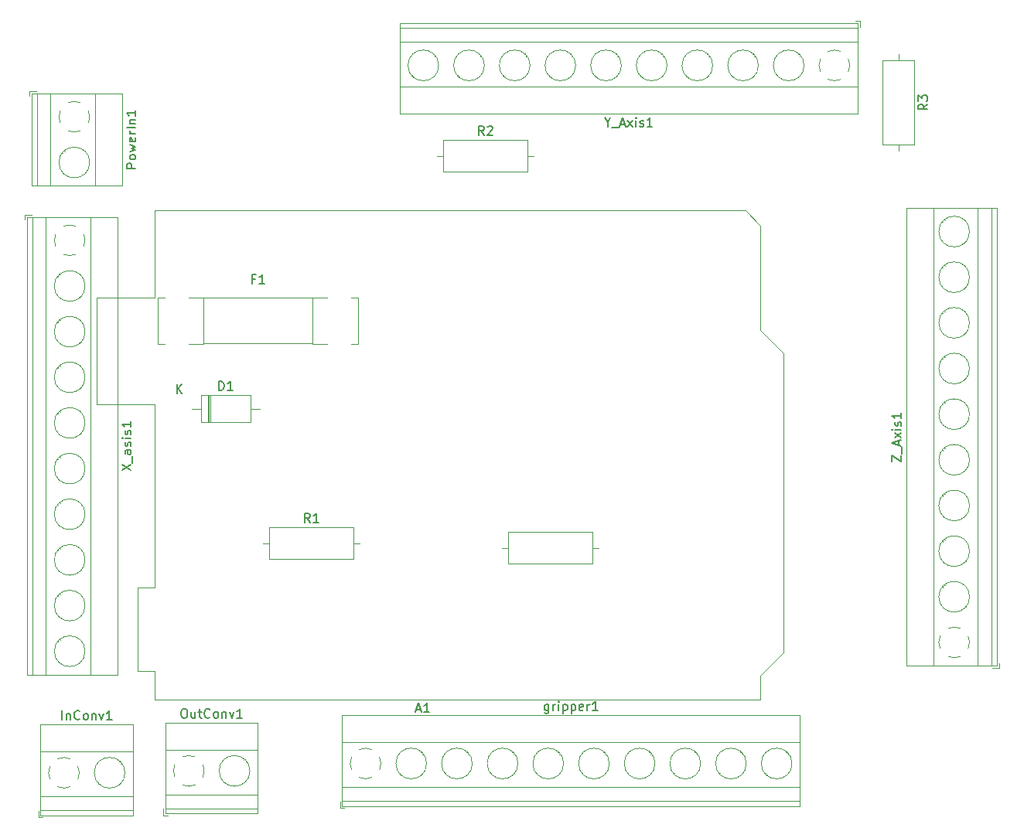
<source format=gbr>
%TF.GenerationSoftware,KiCad,Pcbnew,7.0.8*%
%TF.CreationDate,2023-11-07T11:30:32+01:00*%
%TF.ProjectId,Schield,53636869-656c-4642-9e6b-696361645f70,rev?*%
%TF.SameCoordinates,Original*%
%TF.FileFunction,Legend,Top*%
%TF.FilePolarity,Positive*%
%FSLAX46Y46*%
G04 Gerber Fmt 4.6, Leading zero omitted, Abs format (unit mm)*
G04 Created by KiCad (PCBNEW 7.0.8) date 2023-11-07 11:30:32*
%MOMM*%
%LPD*%
G01*
G04 APERTURE LIST*
%ADD10C,0.150000*%
%ADD11C,0.120000*%
G04 APERTURE END LIST*
D10*
X263450819Y-131498666D02*
X263450819Y-130832000D01*
X263450819Y-130832000D02*
X264450819Y-131498666D01*
X264450819Y-131498666D02*
X264450819Y-130832000D01*
X264546057Y-130689143D02*
X264546057Y-129927238D01*
X264165104Y-129736761D02*
X264165104Y-129260571D01*
X264450819Y-129831999D02*
X263450819Y-129498666D01*
X263450819Y-129498666D02*
X264450819Y-129165333D01*
X264450819Y-128927237D02*
X263784152Y-128403428D01*
X263784152Y-128927237D02*
X264450819Y-128403428D01*
X264450819Y-128022475D02*
X263784152Y-128022475D01*
X263450819Y-128022475D02*
X263498438Y-128070094D01*
X263498438Y-128070094D02*
X263546057Y-128022475D01*
X263546057Y-128022475D02*
X263498438Y-127974856D01*
X263498438Y-127974856D02*
X263450819Y-128022475D01*
X263450819Y-128022475D02*
X263546057Y-128022475D01*
X264403200Y-127593904D02*
X264450819Y-127498666D01*
X264450819Y-127498666D02*
X264450819Y-127308190D01*
X264450819Y-127308190D02*
X264403200Y-127212952D01*
X264403200Y-127212952D02*
X264307961Y-127165333D01*
X264307961Y-127165333D02*
X264260342Y-127165333D01*
X264260342Y-127165333D02*
X264165104Y-127212952D01*
X264165104Y-127212952D02*
X264117485Y-127308190D01*
X264117485Y-127308190D02*
X264117485Y-127451047D01*
X264117485Y-127451047D02*
X264069866Y-127546285D01*
X264069866Y-127546285D02*
X263974628Y-127593904D01*
X263974628Y-127593904D02*
X263927009Y-127593904D01*
X263927009Y-127593904D02*
X263831771Y-127546285D01*
X263831771Y-127546285D02*
X263784152Y-127451047D01*
X263784152Y-127451047D02*
X263784152Y-127308190D01*
X263784152Y-127308190D02*
X263831771Y-127212952D01*
X264450819Y-126212952D02*
X264450819Y-126784380D01*
X264450819Y-126498666D02*
X263450819Y-126498666D01*
X263450819Y-126498666D02*
X263593676Y-126593904D01*
X263593676Y-126593904D02*
X263688914Y-126689142D01*
X263688914Y-126689142D02*
X263736533Y-126784380D01*
X199731333Y-138196819D02*
X199398000Y-137720628D01*
X199159905Y-138196819D02*
X199159905Y-137196819D01*
X199159905Y-137196819D02*
X199540857Y-137196819D01*
X199540857Y-137196819D02*
X199636095Y-137244438D01*
X199636095Y-137244438D02*
X199683714Y-137292057D01*
X199683714Y-137292057D02*
X199731333Y-137387295D01*
X199731333Y-137387295D02*
X199731333Y-137530152D01*
X199731333Y-137530152D02*
X199683714Y-137625390D01*
X199683714Y-137625390D02*
X199636095Y-137673009D01*
X199636095Y-137673009D02*
X199540857Y-137720628D01*
X199540857Y-137720628D02*
X199159905Y-137720628D01*
X200683714Y-138196819D02*
X200112286Y-138196819D01*
X200398000Y-138196819D02*
X200398000Y-137196819D01*
X200398000Y-137196819D02*
X200302762Y-137339676D01*
X200302762Y-137339676D02*
X200207524Y-137434914D01*
X200207524Y-137434914D02*
X200112286Y-137482533D01*
X232308666Y-94376628D02*
X232308666Y-94852819D01*
X231975333Y-93852819D02*
X232308666Y-94376628D01*
X232308666Y-94376628D02*
X232641999Y-93852819D01*
X232737238Y-94948057D02*
X233499142Y-94948057D01*
X233689619Y-94567104D02*
X234165809Y-94567104D01*
X233594381Y-94852819D02*
X233927714Y-93852819D01*
X233927714Y-93852819D02*
X234261047Y-94852819D01*
X234499143Y-94852819D02*
X235022952Y-94186152D01*
X234499143Y-94186152D02*
X235022952Y-94852819D01*
X235403905Y-94852819D02*
X235403905Y-94186152D01*
X235403905Y-93852819D02*
X235356286Y-93900438D01*
X235356286Y-93900438D02*
X235403905Y-93948057D01*
X235403905Y-93948057D02*
X235451524Y-93900438D01*
X235451524Y-93900438D02*
X235403905Y-93852819D01*
X235403905Y-93852819D02*
X235403905Y-93948057D01*
X235832476Y-94805200D02*
X235927714Y-94852819D01*
X235927714Y-94852819D02*
X236118190Y-94852819D01*
X236118190Y-94852819D02*
X236213428Y-94805200D01*
X236213428Y-94805200D02*
X236261047Y-94709961D01*
X236261047Y-94709961D02*
X236261047Y-94662342D01*
X236261047Y-94662342D02*
X236213428Y-94567104D01*
X236213428Y-94567104D02*
X236118190Y-94519485D01*
X236118190Y-94519485D02*
X235975333Y-94519485D01*
X235975333Y-94519485D02*
X235880095Y-94471866D01*
X235880095Y-94471866D02*
X235832476Y-94376628D01*
X235832476Y-94376628D02*
X235832476Y-94329009D01*
X235832476Y-94329009D02*
X235880095Y-94233771D01*
X235880095Y-94233771D02*
X235975333Y-94186152D01*
X235975333Y-94186152D02*
X236118190Y-94186152D01*
X236118190Y-94186152D02*
X236213428Y-94233771D01*
X237213428Y-94852819D02*
X236642000Y-94852819D01*
X236927714Y-94852819D02*
X236927714Y-93852819D01*
X236927714Y-93852819D02*
X236832476Y-93995676D01*
X236832476Y-93995676D02*
X236737238Y-94090914D01*
X236737238Y-94090914D02*
X236642000Y-94138533D01*
X218781333Y-95778819D02*
X218448000Y-95302628D01*
X218209905Y-95778819D02*
X218209905Y-94778819D01*
X218209905Y-94778819D02*
X218590857Y-94778819D01*
X218590857Y-94778819D02*
X218686095Y-94826438D01*
X218686095Y-94826438D02*
X218733714Y-94874057D01*
X218733714Y-94874057D02*
X218781333Y-94969295D01*
X218781333Y-94969295D02*
X218781333Y-95112152D01*
X218781333Y-95112152D02*
X218733714Y-95207390D01*
X218733714Y-95207390D02*
X218686095Y-95255009D01*
X218686095Y-95255009D02*
X218590857Y-95302628D01*
X218590857Y-95302628D02*
X218209905Y-95302628D01*
X219162286Y-94874057D02*
X219209905Y-94826438D01*
X219209905Y-94826438D02*
X219305143Y-94778819D01*
X219305143Y-94778819D02*
X219543238Y-94778819D01*
X219543238Y-94778819D02*
X219638476Y-94826438D01*
X219638476Y-94826438D02*
X219686095Y-94874057D01*
X219686095Y-94874057D02*
X219733714Y-94969295D01*
X219733714Y-94969295D02*
X219733714Y-95064533D01*
X219733714Y-95064533D02*
X219686095Y-95207390D01*
X219686095Y-95207390D02*
X219114667Y-95778819D01*
X219114667Y-95778819D02*
X219733714Y-95778819D01*
X225867618Y-158120152D02*
X225867618Y-158929676D01*
X225867618Y-158929676D02*
X225819999Y-159024914D01*
X225819999Y-159024914D02*
X225772380Y-159072533D01*
X225772380Y-159072533D02*
X225677142Y-159120152D01*
X225677142Y-159120152D02*
X225534285Y-159120152D01*
X225534285Y-159120152D02*
X225439047Y-159072533D01*
X225867618Y-158739200D02*
X225772380Y-158786819D01*
X225772380Y-158786819D02*
X225581904Y-158786819D01*
X225581904Y-158786819D02*
X225486666Y-158739200D01*
X225486666Y-158739200D02*
X225439047Y-158691580D01*
X225439047Y-158691580D02*
X225391428Y-158596342D01*
X225391428Y-158596342D02*
X225391428Y-158310628D01*
X225391428Y-158310628D02*
X225439047Y-158215390D01*
X225439047Y-158215390D02*
X225486666Y-158167771D01*
X225486666Y-158167771D02*
X225581904Y-158120152D01*
X225581904Y-158120152D02*
X225772380Y-158120152D01*
X225772380Y-158120152D02*
X225867618Y-158167771D01*
X226343809Y-158786819D02*
X226343809Y-158120152D01*
X226343809Y-158310628D02*
X226391428Y-158215390D01*
X226391428Y-158215390D02*
X226439047Y-158167771D01*
X226439047Y-158167771D02*
X226534285Y-158120152D01*
X226534285Y-158120152D02*
X226629523Y-158120152D01*
X226962857Y-158786819D02*
X226962857Y-158120152D01*
X226962857Y-157786819D02*
X226915238Y-157834438D01*
X226915238Y-157834438D02*
X226962857Y-157882057D01*
X226962857Y-157882057D02*
X227010476Y-157834438D01*
X227010476Y-157834438D02*
X226962857Y-157786819D01*
X226962857Y-157786819D02*
X226962857Y-157882057D01*
X227439047Y-158120152D02*
X227439047Y-159120152D01*
X227439047Y-158167771D02*
X227534285Y-158120152D01*
X227534285Y-158120152D02*
X227724761Y-158120152D01*
X227724761Y-158120152D02*
X227819999Y-158167771D01*
X227819999Y-158167771D02*
X227867618Y-158215390D01*
X227867618Y-158215390D02*
X227915237Y-158310628D01*
X227915237Y-158310628D02*
X227915237Y-158596342D01*
X227915237Y-158596342D02*
X227867618Y-158691580D01*
X227867618Y-158691580D02*
X227819999Y-158739200D01*
X227819999Y-158739200D02*
X227724761Y-158786819D01*
X227724761Y-158786819D02*
X227534285Y-158786819D01*
X227534285Y-158786819D02*
X227439047Y-158739200D01*
X228343809Y-158120152D02*
X228343809Y-159120152D01*
X228343809Y-158167771D02*
X228439047Y-158120152D01*
X228439047Y-158120152D02*
X228629523Y-158120152D01*
X228629523Y-158120152D02*
X228724761Y-158167771D01*
X228724761Y-158167771D02*
X228772380Y-158215390D01*
X228772380Y-158215390D02*
X228819999Y-158310628D01*
X228819999Y-158310628D02*
X228819999Y-158596342D01*
X228819999Y-158596342D02*
X228772380Y-158691580D01*
X228772380Y-158691580D02*
X228724761Y-158739200D01*
X228724761Y-158739200D02*
X228629523Y-158786819D01*
X228629523Y-158786819D02*
X228439047Y-158786819D01*
X228439047Y-158786819D02*
X228343809Y-158739200D01*
X229629523Y-158739200D02*
X229534285Y-158786819D01*
X229534285Y-158786819D02*
X229343809Y-158786819D01*
X229343809Y-158786819D02*
X229248571Y-158739200D01*
X229248571Y-158739200D02*
X229200952Y-158643961D01*
X229200952Y-158643961D02*
X229200952Y-158263009D01*
X229200952Y-158263009D02*
X229248571Y-158167771D01*
X229248571Y-158167771D02*
X229343809Y-158120152D01*
X229343809Y-158120152D02*
X229534285Y-158120152D01*
X229534285Y-158120152D02*
X229629523Y-158167771D01*
X229629523Y-158167771D02*
X229677142Y-158263009D01*
X229677142Y-158263009D02*
X229677142Y-158358247D01*
X229677142Y-158358247D02*
X229200952Y-158453485D01*
X230105714Y-158786819D02*
X230105714Y-158120152D01*
X230105714Y-158310628D02*
X230153333Y-158215390D01*
X230153333Y-158215390D02*
X230200952Y-158167771D01*
X230200952Y-158167771D02*
X230296190Y-158120152D01*
X230296190Y-158120152D02*
X230391428Y-158120152D01*
X231248571Y-158786819D02*
X230677143Y-158786819D01*
X230962857Y-158786819D02*
X230962857Y-157786819D01*
X230962857Y-157786819D02*
X230867619Y-157929676D01*
X230867619Y-157929676D02*
X230772381Y-158024914D01*
X230772381Y-158024914D02*
X230677143Y-158072533D01*
X172585714Y-159802819D02*
X172585714Y-158802819D01*
X173061904Y-159136152D02*
X173061904Y-159802819D01*
X173061904Y-159231390D02*
X173109523Y-159183771D01*
X173109523Y-159183771D02*
X173204761Y-159136152D01*
X173204761Y-159136152D02*
X173347618Y-159136152D01*
X173347618Y-159136152D02*
X173442856Y-159183771D01*
X173442856Y-159183771D02*
X173490475Y-159279009D01*
X173490475Y-159279009D02*
X173490475Y-159802819D01*
X174538094Y-159707580D02*
X174490475Y-159755200D01*
X174490475Y-159755200D02*
X174347618Y-159802819D01*
X174347618Y-159802819D02*
X174252380Y-159802819D01*
X174252380Y-159802819D02*
X174109523Y-159755200D01*
X174109523Y-159755200D02*
X174014285Y-159659961D01*
X174014285Y-159659961D02*
X173966666Y-159564723D01*
X173966666Y-159564723D02*
X173919047Y-159374247D01*
X173919047Y-159374247D02*
X173919047Y-159231390D01*
X173919047Y-159231390D02*
X173966666Y-159040914D01*
X173966666Y-159040914D02*
X174014285Y-158945676D01*
X174014285Y-158945676D02*
X174109523Y-158850438D01*
X174109523Y-158850438D02*
X174252380Y-158802819D01*
X174252380Y-158802819D02*
X174347618Y-158802819D01*
X174347618Y-158802819D02*
X174490475Y-158850438D01*
X174490475Y-158850438D02*
X174538094Y-158898057D01*
X175109523Y-159802819D02*
X175014285Y-159755200D01*
X175014285Y-159755200D02*
X174966666Y-159707580D01*
X174966666Y-159707580D02*
X174919047Y-159612342D01*
X174919047Y-159612342D02*
X174919047Y-159326628D01*
X174919047Y-159326628D02*
X174966666Y-159231390D01*
X174966666Y-159231390D02*
X175014285Y-159183771D01*
X175014285Y-159183771D02*
X175109523Y-159136152D01*
X175109523Y-159136152D02*
X175252380Y-159136152D01*
X175252380Y-159136152D02*
X175347618Y-159183771D01*
X175347618Y-159183771D02*
X175395237Y-159231390D01*
X175395237Y-159231390D02*
X175442856Y-159326628D01*
X175442856Y-159326628D02*
X175442856Y-159612342D01*
X175442856Y-159612342D02*
X175395237Y-159707580D01*
X175395237Y-159707580D02*
X175347618Y-159755200D01*
X175347618Y-159755200D02*
X175252380Y-159802819D01*
X175252380Y-159802819D02*
X175109523Y-159802819D01*
X175871428Y-159136152D02*
X175871428Y-159802819D01*
X175871428Y-159231390D02*
X175919047Y-159183771D01*
X175919047Y-159183771D02*
X176014285Y-159136152D01*
X176014285Y-159136152D02*
X176157142Y-159136152D01*
X176157142Y-159136152D02*
X176252380Y-159183771D01*
X176252380Y-159183771D02*
X176299999Y-159279009D01*
X176299999Y-159279009D02*
X176299999Y-159802819D01*
X176680952Y-159136152D02*
X176919047Y-159802819D01*
X176919047Y-159802819D02*
X177157142Y-159136152D01*
X178061904Y-159802819D02*
X177490476Y-159802819D01*
X177776190Y-159802819D02*
X177776190Y-158802819D01*
X177776190Y-158802819D02*
X177680952Y-158945676D01*
X177680952Y-158945676D02*
X177585714Y-159040914D01*
X177585714Y-159040914D02*
X177490476Y-159088533D01*
X211375714Y-158665104D02*
X211851904Y-158665104D01*
X211280476Y-158950819D02*
X211613809Y-157950819D01*
X211613809Y-157950819D02*
X211947142Y-158950819D01*
X212804285Y-158950819D02*
X212232857Y-158950819D01*
X212518571Y-158950819D02*
X212518571Y-157950819D01*
X212518571Y-157950819D02*
X212423333Y-158093676D01*
X212423333Y-158093676D02*
X212328095Y-158188914D01*
X212328095Y-158188914D02*
X212232857Y-158236533D01*
X185880761Y-158599819D02*
X186071237Y-158599819D01*
X186071237Y-158599819D02*
X186166475Y-158647438D01*
X186166475Y-158647438D02*
X186261713Y-158742676D01*
X186261713Y-158742676D02*
X186309332Y-158933152D01*
X186309332Y-158933152D02*
X186309332Y-159266485D01*
X186309332Y-159266485D02*
X186261713Y-159456961D01*
X186261713Y-159456961D02*
X186166475Y-159552200D01*
X186166475Y-159552200D02*
X186071237Y-159599819D01*
X186071237Y-159599819D02*
X185880761Y-159599819D01*
X185880761Y-159599819D02*
X185785523Y-159552200D01*
X185785523Y-159552200D02*
X185690285Y-159456961D01*
X185690285Y-159456961D02*
X185642666Y-159266485D01*
X185642666Y-159266485D02*
X185642666Y-158933152D01*
X185642666Y-158933152D02*
X185690285Y-158742676D01*
X185690285Y-158742676D02*
X185785523Y-158647438D01*
X185785523Y-158647438D02*
X185880761Y-158599819D01*
X187166475Y-158933152D02*
X187166475Y-159599819D01*
X186737904Y-158933152D02*
X186737904Y-159456961D01*
X186737904Y-159456961D02*
X186785523Y-159552200D01*
X186785523Y-159552200D02*
X186880761Y-159599819D01*
X186880761Y-159599819D02*
X187023618Y-159599819D01*
X187023618Y-159599819D02*
X187118856Y-159552200D01*
X187118856Y-159552200D02*
X187166475Y-159504580D01*
X187499809Y-158933152D02*
X187880761Y-158933152D01*
X187642666Y-158599819D02*
X187642666Y-159456961D01*
X187642666Y-159456961D02*
X187690285Y-159552200D01*
X187690285Y-159552200D02*
X187785523Y-159599819D01*
X187785523Y-159599819D02*
X187880761Y-159599819D01*
X188785523Y-159504580D02*
X188737904Y-159552200D01*
X188737904Y-159552200D02*
X188595047Y-159599819D01*
X188595047Y-159599819D02*
X188499809Y-159599819D01*
X188499809Y-159599819D02*
X188356952Y-159552200D01*
X188356952Y-159552200D02*
X188261714Y-159456961D01*
X188261714Y-159456961D02*
X188214095Y-159361723D01*
X188214095Y-159361723D02*
X188166476Y-159171247D01*
X188166476Y-159171247D02*
X188166476Y-159028390D01*
X188166476Y-159028390D02*
X188214095Y-158837914D01*
X188214095Y-158837914D02*
X188261714Y-158742676D01*
X188261714Y-158742676D02*
X188356952Y-158647438D01*
X188356952Y-158647438D02*
X188499809Y-158599819D01*
X188499809Y-158599819D02*
X188595047Y-158599819D01*
X188595047Y-158599819D02*
X188737904Y-158647438D01*
X188737904Y-158647438D02*
X188785523Y-158695057D01*
X189356952Y-159599819D02*
X189261714Y-159552200D01*
X189261714Y-159552200D02*
X189214095Y-159504580D01*
X189214095Y-159504580D02*
X189166476Y-159409342D01*
X189166476Y-159409342D02*
X189166476Y-159123628D01*
X189166476Y-159123628D02*
X189214095Y-159028390D01*
X189214095Y-159028390D02*
X189261714Y-158980771D01*
X189261714Y-158980771D02*
X189356952Y-158933152D01*
X189356952Y-158933152D02*
X189499809Y-158933152D01*
X189499809Y-158933152D02*
X189595047Y-158980771D01*
X189595047Y-158980771D02*
X189642666Y-159028390D01*
X189642666Y-159028390D02*
X189690285Y-159123628D01*
X189690285Y-159123628D02*
X189690285Y-159409342D01*
X189690285Y-159409342D02*
X189642666Y-159504580D01*
X189642666Y-159504580D02*
X189595047Y-159552200D01*
X189595047Y-159552200D02*
X189499809Y-159599819D01*
X189499809Y-159599819D02*
X189356952Y-159599819D01*
X190118857Y-158933152D02*
X190118857Y-159599819D01*
X190118857Y-159028390D02*
X190166476Y-158980771D01*
X190166476Y-158980771D02*
X190261714Y-158933152D01*
X190261714Y-158933152D02*
X190404571Y-158933152D01*
X190404571Y-158933152D02*
X190499809Y-158980771D01*
X190499809Y-158980771D02*
X190547428Y-159076009D01*
X190547428Y-159076009D02*
X190547428Y-159599819D01*
X190928381Y-158933152D02*
X191166476Y-159599819D01*
X191166476Y-159599819D02*
X191404571Y-158933152D01*
X192309333Y-159599819D02*
X191737905Y-159599819D01*
X192023619Y-159599819D02*
X192023619Y-158599819D01*
X192023619Y-158599819D02*
X191928381Y-158742676D01*
X191928381Y-158742676D02*
X191833143Y-158837914D01*
X191833143Y-158837914D02*
X191737905Y-158885533D01*
X193722666Y-111509009D02*
X193389333Y-111509009D01*
X193389333Y-112032819D02*
X193389333Y-111032819D01*
X193389333Y-111032819D02*
X193865523Y-111032819D01*
X194770285Y-112032819D02*
X194198857Y-112032819D01*
X194484571Y-112032819D02*
X194484571Y-111032819D01*
X194484571Y-111032819D02*
X194389333Y-111175676D01*
X194389333Y-111175676D02*
X194294095Y-111270914D01*
X194294095Y-111270914D02*
X194198857Y-111318533D01*
X179145819Y-132484475D02*
X180145819Y-131817809D01*
X179145819Y-131817809D02*
X180145819Y-132484475D01*
X180241057Y-131674952D02*
X180241057Y-130913047D01*
X180145819Y-130246380D02*
X179622009Y-130246380D01*
X179622009Y-130246380D02*
X179526771Y-130293999D01*
X179526771Y-130293999D02*
X179479152Y-130389237D01*
X179479152Y-130389237D02*
X179479152Y-130579713D01*
X179479152Y-130579713D02*
X179526771Y-130674951D01*
X180098200Y-130246380D02*
X180145819Y-130341618D01*
X180145819Y-130341618D02*
X180145819Y-130579713D01*
X180145819Y-130579713D02*
X180098200Y-130674951D01*
X180098200Y-130674951D02*
X180002961Y-130722570D01*
X180002961Y-130722570D02*
X179907723Y-130722570D01*
X179907723Y-130722570D02*
X179812485Y-130674951D01*
X179812485Y-130674951D02*
X179764866Y-130579713D01*
X179764866Y-130579713D02*
X179764866Y-130341618D01*
X179764866Y-130341618D02*
X179717247Y-130246380D01*
X180098200Y-129817808D02*
X180145819Y-129722570D01*
X180145819Y-129722570D02*
X180145819Y-129532094D01*
X180145819Y-129532094D02*
X180098200Y-129436856D01*
X180098200Y-129436856D02*
X180002961Y-129389237D01*
X180002961Y-129389237D02*
X179955342Y-129389237D01*
X179955342Y-129389237D02*
X179860104Y-129436856D01*
X179860104Y-129436856D02*
X179812485Y-129532094D01*
X179812485Y-129532094D02*
X179812485Y-129674951D01*
X179812485Y-129674951D02*
X179764866Y-129770189D01*
X179764866Y-129770189D02*
X179669628Y-129817808D01*
X179669628Y-129817808D02*
X179622009Y-129817808D01*
X179622009Y-129817808D02*
X179526771Y-129770189D01*
X179526771Y-129770189D02*
X179479152Y-129674951D01*
X179479152Y-129674951D02*
X179479152Y-129532094D01*
X179479152Y-129532094D02*
X179526771Y-129436856D01*
X180145819Y-128960665D02*
X179479152Y-128960665D01*
X179145819Y-128960665D02*
X179193438Y-129008284D01*
X179193438Y-129008284D02*
X179241057Y-128960665D01*
X179241057Y-128960665D02*
X179193438Y-128913046D01*
X179193438Y-128913046D02*
X179145819Y-128960665D01*
X179145819Y-128960665D02*
X179241057Y-128960665D01*
X180098200Y-128532094D02*
X180145819Y-128436856D01*
X180145819Y-128436856D02*
X180145819Y-128246380D01*
X180145819Y-128246380D02*
X180098200Y-128151142D01*
X180098200Y-128151142D02*
X180002961Y-128103523D01*
X180002961Y-128103523D02*
X179955342Y-128103523D01*
X179955342Y-128103523D02*
X179860104Y-128151142D01*
X179860104Y-128151142D02*
X179812485Y-128246380D01*
X179812485Y-128246380D02*
X179812485Y-128389237D01*
X179812485Y-128389237D02*
X179764866Y-128484475D01*
X179764866Y-128484475D02*
X179669628Y-128532094D01*
X179669628Y-128532094D02*
X179622009Y-128532094D01*
X179622009Y-128532094D02*
X179526771Y-128484475D01*
X179526771Y-128484475D02*
X179479152Y-128389237D01*
X179479152Y-128389237D02*
X179479152Y-128246380D01*
X179479152Y-128246380D02*
X179526771Y-128151142D01*
X180145819Y-127151142D02*
X180145819Y-127722570D01*
X180145819Y-127436856D02*
X179145819Y-127436856D01*
X179145819Y-127436856D02*
X179288676Y-127532094D01*
X179288676Y-127532094D02*
X179383914Y-127627332D01*
X179383914Y-127627332D02*
X179431533Y-127722570D01*
X267334819Y-92368666D02*
X266858628Y-92701999D01*
X267334819Y-92940094D02*
X266334819Y-92940094D01*
X266334819Y-92940094D02*
X266334819Y-92559142D01*
X266334819Y-92559142D02*
X266382438Y-92463904D01*
X266382438Y-92463904D02*
X266430057Y-92416285D01*
X266430057Y-92416285D02*
X266525295Y-92368666D01*
X266525295Y-92368666D02*
X266668152Y-92368666D01*
X266668152Y-92368666D02*
X266763390Y-92416285D01*
X266763390Y-92416285D02*
X266811009Y-92463904D01*
X266811009Y-92463904D02*
X266858628Y-92559142D01*
X266858628Y-92559142D02*
X266858628Y-92940094D01*
X266334819Y-92035332D02*
X266334819Y-91416285D01*
X266334819Y-91416285D02*
X266715771Y-91749618D01*
X266715771Y-91749618D02*
X266715771Y-91606761D01*
X266715771Y-91606761D02*
X266763390Y-91511523D01*
X266763390Y-91511523D02*
X266811009Y-91463904D01*
X266811009Y-91463904D02*
X266906247Y-91416285D01*
X266906247Y-91416285D02*
X267144342Y-91416285D01*
X267144342Y-91416285D02*
X267239580Y-91463904D01*
X267239580Y-91463904D02*
X267287200Y-91511523D01*
X267287200Y-91511523D02*
X267334819Y-91606761D01*
X267334819Y-91606761D02*
X267334819Y-91892475D01*
X267334819Y-91892475D02*
X267287200Y-91987713D01*
X267287200Y-91987713D02*
X267239580Y-92035332D01*
X180653819Y-99408856D02*
X179653819Y-99408856D01*
X179653819Y-99408856D02*
X179653819Y-99027904D01*
X179653819Y-99027904D02*
X179701438Y-98932666D01*
X179701438Y-98932666D02*
X179749057Y-98885047D01*
X179749057Y-98885047D02*
X179844295Y-98837428D01*
X179844295Y-98837428D02*
X179987152Y-98837428D01*
X179987152Y-98837428D02*
X180082390Y-98885047D01*
X180082390Y-98885047D02*
X180130009Y-98932666D01*
X180130009Y-98932666D02*
X180177628Y-99027904D01*
X180177628Y-99027904D02*
X180177628Y-99408856D01*
X180653819Y-98265999D02*
X180606200Y-98361237D01*
X180606200Y-98361237D02*
X180558580Y-98408856D01*
X180558580Y-98408856D02*
X180463342Y-98456475D01*
X180463342Y-98456475D02*
X180177628Y-98456475D01*
X180177628Y-98456475D02*
X180082390Y-98408856D01*
X180082390Y-98408856D02*
X180034771Y-98361237D01*
X180034771Y-98361237D02*
X179987152Y-98265999D01*
X179987152Y-98265999D02*
X179987152Y-98123142D01*
X179987152Y-98123142D02*
X180034771Y-98027904D01*
X180034771Y-98027904D02*
X180082390Y-97980285D01*
X180082390Y-97980285D02*
X180177628Y-97932666D01*
X180177628Y-97932666D02*
X180463342Y-97932666D01*
X180463342Y-97932666D02*
X180558580Y-97980285D01*
X180558580Y-97980285D02*
X180606200Y-98027904D01*
X180606200Y-98027904D02*
X180653819Y-98123142D01*
X180653819Y-98123142D02*
X180653819Y-98265999D01*
X179987152Y-97599332D02*
X180653819Y-97408856D01*
X180653819Y-97408856D02*
X180177628Y-97218380D01*
X180177628Y-97218380D02*
X180653819Y-97027904D01*
X180653819Y-97027904D02*
X179987152Y-96837428D01*
X180606200Y-96075523D02*
X180653819Y-96170761D01*
X180653819Y-96170761D02*
X180653819Y-96361237D01*
X180653819Y-96361237D02*
X180606200Y-96456475D01*
X180606200Y-96456475D02*
X180510961Y-96504094D01*
X180510961Y-96504094D02*
X180130009Y-96504094D01*
X180130009Y-96504094D02*
X180034771Y-96456475D01*
X180034771Y-96456475D02*
X179987152Y-96361237D01*
X179987152Y-96361237D02*
X179987152Y-96170761D01*
X179987152Y-96170761D02*
X180034771Y-96075523D01*
X180034771Y-96075523D02*
X180130009Y-96027904D01*
X180130009Y-96027904D02*
X180225247Y-96027904D01*
X180225247Y-96027904D02*
X180320485Y-96504094D01*
X180653819Y-95599332D02*
X179987152Y-95599332D01*
X180177628Y-95599332D02*
X180082390Y-95551713D01*
X180082390Y-95551713D02*
X180034771Y-95504094D01*
X180034771Y-95504094D02*
X179987152Y-95408856D01*
X179987152Y-95408856D02*
X179987152Y-95313618D01*
X180653819Y-94980284D02*
X179653819Y-94980284D01*
X179987152Y-94504094D02*
X180653819Y-94504094D01*
X180082390Y-94504094D02*
X180034771Y-94456475D01*
X180034771Y-94456475D02*
X179987152Y-94361237D01*
X179987152Y-94361237D02*
X179987152Y-94218380D01*
X179987152Y-94218380D02*
X180034771Y-94123142D01*
X180034771Y-94123142D02*
X180130009Y-94075523D01*
X180130009Y-94075523D02*
X180653819Y-94075523D01*
X180653819Y-93075523D02*
X180653819Y-93646951D01*
X180653819Y-93361237D02*
X179653819Y-93361237D01*
X179653819Y-93361237D02*
X179796676Y-93456475D01*
X179796676Y-93456475D02*
X179891914Y-93551713D01*
X179891914Y-93551713D02*
X179939533Y-93646951D01*
X189761905Y-123714819D02*
X189761905Y-122714819D01*
X189761905Y-122714819D02*
X190000000Y-122714819D01*
X190000000Y-122714819D02*
X190142857Y-122762438D01*
X190142857Y-122762438D02*
X190238095Y-122857676D01*
X190238095Y-122857676D02*
X190285714Y-122952914D01*
X190285714Y-122952914D02*
X190333333Y-123143390D01*
X190333333Y-123143390D02*
X190333333Y-123286247D01*
X190333333Y-123286247D02*
X190285714Y-123476723D01*
X190285714Y-123476723D02*
X190238095Y-123571961D01*
X190238095Y-123571961D02*
X190142857Y-123667200D01*
X190142857Y-123667200D02*
X190000000Y-123714819D01*
X190000000Y-123714819D02*
X189761905Y-123714819D01*
X191285714Y-123714819D02*
X190714286Y-123714819D01*
X191000000Y-123714819D02*
X191000000Y-122714819D01*
X191000000Y-122714819D02*
X190904762Y-122857676D01*
X190904762Y-122857676D02*
X190809524Y-122952914D01*
X190809524Y-122952914D02*
X190714286Y-123000533D01*
X185158095Y-124084819D02*
X185158095Y-123084819D01*
X185729523Y-124084819D02*
X185300952Y-123513390D01*
X185729523Y-123084819D02*
X185158095Y-123656247D01*
D11*
%TO.C,Z_Axis1*%
X274416000Y-154132000D02*
X275156000Y-154132000D01*
X275156000Y-154132000D02*
X275156000Y-153632000D01*
X264995000Y-153892000D02*
X274916000Y-153892000D01*
X264995000Y-153892000D02*
X264995000Y-103772000D01*
X267955000Y-153892000D02*
X267955000Y-103772000D01*
X272856000Y-153892000D02*
X272856000Y-103772000D01*
X274356000Y-153892000D02*
X274356000Y-103772000D01*
X274916000Y-153892000D02*
X274916000Y-103772000D01*
X271279000Y-147559000D02*
X271325000Y-147606000D01*
X271495000Y-147366000D02*
X271530000Y-147401000D01*
X268981000Y-145262000D02*
X269017000Y-145297000D01*
X269187000Y-145057000D02*
X269233000Y-145104000D01*
X271279000Y-142559000D02*
X271325000Y-142606000D01*
X271495000Y-142366000D02*
X271530000Y-142401000D01*
X268981000Y-140262000D02*
X269017000Y-140297000D01*
X269187000Y-140057000D02*
X269233000Y-140104000D01*
X271279000Y-137559000D02*
X271325000Y-137606000D01*
X271495000Y-137366000D02*
X271530000Y-137401000D01*
X268981000Y-135262000D02*
X269017000Y-135297000D01*
X269187000Y-135057000D02*
X269233000Y-135104000D01*
X271279000Y-132559000D02*
X271325000Y-132606000D01*
X271495000Y-132366000D02*
X271530000Y-132401000D01*
X268981000Y-130262000D02*
X269017000Y-130297000D01*
X269187000Y-130057000D02*
X269233000Y-130104000D01*
X271279000Y-127559000D02*
X271325000Y-127606000D01*
X271495000Y-127366000D02*
X271530000Y-127401000D01*
X268981000Y-125262000D02*
X269017000Y-125297000D01*
X269187000Y-125057000D02*
X269233000Y-125104000D01*
X271279000Y-122559000D02*
X271325000Y-122606000D01*
X271495000Y-122366000D02*
X271530000Y-122401000D01*
X268981000Y-120262000D02*
X269017000Y-120297000D01*
X269187000Y-120057000D02*
X269233000Y-120104000D01*
X271279000Y-117559000D02*
X271325000Y-117606000D01*
X271495000Y-117366000D02*
X271530000Y-117401000D01*
X268981000Y-115262000D02*
X269017000Y-115297000D01*
X269187000Y-115057000D02*
X269233000Y-115104000D01*
X271279000Y-112559000D02*
X271325000Y-112606000D01*
X271495000Y-112366000D02*
X271530000Y-112401000D01*
X268981000Y-110262000D02*
X269017000Y-110297000D01*
X269187000Y-110057000D02*
X269233000Y-110104000D01*
X271279000Y-107559000D02*
X271325000Y-107606000D01*
X271495000Y-107366000D02*
X271530000Y-107401000D01*
X268981000Y-105262000D02*
X269017000Y-105297000D01*
X269187000Y-105057000D02*
X269233000Y-105104000D01*
X264995000Y-103772000D02*
X274916000Y-103772000D01*
X269572001Y-152866999D02*
G75*
G03*
X270939042Y-152867426I684000J1534992D01*
G01*
X268721001Y-150648001D02*
G75*
G03*
X268720574Y-152015042I1534992J-684000D01*
G01*
X271790999Y-152016000D02*
G75*
G03*
X271936252Y-151303195I-1535000J683999D01*
G01*
X271935999Y-151332000D02*
G75*
G03*
X271790755Y-150648682I-1679999J0D01*
G01*
X270940000Y-149797000D02*
G75*
G03*
X269572958Y-149796574I-684000J-1535000D01*
G01*
X271936000Y-146332000D02*
G75*
G03*
X271936000Y-146332000I-1680000J0D01*
G01*
X271936000Y-141332000D02*
G75*
G03*
X271936000Y-141332000I-1680000J0D01*
G01*
X271936000Y-136332000D02*
G75*
G03*
X271936000Y-136332000I-1680000J0D01*
G01*
X271936000Y-131332000D02*
G75*
G03*
X271936000Y-131332000I-1680000J0D01*
G01*
X271936000Y-126332000D02*
G75*
G03*
X271936000Y-126332000I-1680000J0D01*
G01*
X271936000Y-121332000D02*
G75*
G03*
X271936000Y-121332000I-1680000J0D01*
G01*
X271936000Y-116332000D02*
G75*
G03*
X271936000Y-116332000I-1680000J0D01*
G01*
X271936000Y-111332000D02*
G75*
G03*
X271936000Y-111332000I-1680000J0D01*
G01*
X271936000Y-106332000D02*
G75*
G03*
X271936000Y-106332000I-1680000J0D01*
G01*
%TO.C,R4*%
X220750000Y-140970000D02*
X221440000Y-140970000D01*
X221440000Y-139250000D02*
X221440000Y-142690000D01*
X221440000Y-142690000D02*
X230680000Y-142690000D01*
X230680000Y-139250000D02*
X221440000Y-139250000D01*
X230680000Y-142690000D02*
X230680000Y-139250000D01*
X231370000Y-140970000D02*
X230680000Y-140970000D01*
%TO.C,R1*%
X194588000Y-140462000D02*
X195278000Y-140462000D01*
X195278000Y-138742000D02*
X195278000Y-142182000D01*
X195278000Y-142182000D02*
X204518000Y-142182000D01*
X204518000Y-138742000D02*
X195278000Y-138742000D01*
X204518000Y-142182000D02*
X204518000Y-138742000D01*
X205208000Y-140462000D02*
X204518000Y-140462000D01*
%TO.C,Y_Axis1*%
X259942000Y-83978000D02*
X259942000Y-83238000D01*
X259942000Y-83238000D02*
X259442000Y-83238000D01*
X259702000Y-93399000D02*
X259702000Y-83478000D01*
X259702000Y-93399000D02*
X209582000Y-93399000D01*
X259702000Y-90439000D02*
X209582000Y-90439000D01*
X259702000Y-85538000D02*
X209582000Y-85538000D01*
X259702000Y-84038000D02*
X209582000Y-84038000D01*
X259702000Y-83478000D02*
X209582000Y-83478000D01*
X253369000Y-87115000D02*
X253416000Y-87069000D01*
X253176000Y-86899000D02*
X253211000Y-86864000D01*
X251072000Y-89413000D02*
X251107000Y-89377000D01*
X250867000Y-89207000D02*
X250914000Y-89161000D01*
X248369000Y-87115000D02*
X248416000Y-87069000D01*
X248176000Y-86899000D02*
X248211000Y-86864000D01*
X246072000Y-89413000D02*
X246107000Y-89377000D01*
X245867000Y-89207000D02*
X245914000Y-89161000D01*
X243369000Y-87115000D02*
X243416000Y-87069000D01*
X243176000Y-86899000D02*
X243211000Y-86864000D01*
X241072000Y-89413000D02*
X241107000Y-89377000D01*
X240867000Y-89207000D02*
X240914000Y-89161000D01*
X238369000Y-87115000D02*
X238416000Y-87069000D01*
X238176000Y-86899000D02*
X238211000Y-86864000D01*
X236072000Y-89413000D02*
X236107000Y-89377000D01*
X235867000Y-89207000D02*
X235914000Y-89161000D01*
X233369000Y-87115000D02*
X233416000Y-87069000D01*
X233176000Y-86899000D02*
X233211000Y-86864000D01*
X231072000Y-89413000D02*
X231107000Y-89377000D01*
X230867000Y-89207000D02*
X230914000Y-89161000D01*
X228369000Y-87115000D02*
X228416000Y-87069000D01*
X228176000Y-86899000D02*
X228211000Y-86864000D01*
X226072000Y-89413000D02*
X226107000Y-89377000D01*
X225867000Y-89207000D02*
X225914000Y-89161000D01*
X223369000Y-87115000D02*
X223416000Y-87069000D01*
X223176000Y-86899000D02*
X223211000Y-86864000D01*
X221072000Y-89413000D02*
X221107000Y-89377000D01*
X220867000Y-89207000D02*
X220914000Y-89161000D01*
X218369000Y-87115000D02*
X218416000Y-87069000D01*
X218176000Y-86899000D02*
X218211000Y-86864000D01*
X216072000Y-89413000D02*
X216107000Y-89377000D01*
X215867000Y-89207000D02*
X215914000Y-89161000D01*
X213369000Y-87115000D02*
X213416000Y-87069000D01*
X213176000Y-86899000D02*
X213211000Y-86864000D01*
X211072000Y-89413000D02*
X211107000Y-89377000D01*
X210867000Y-89207000D02*
X210914000Y-89161000D01*
X209582000Y-93399000D02*
X209582000Y-83478000D01*
X258676999Y-88821999D02*
G75*
G03*
X258677426Y-87454958I-1534992J684000D01*
G01*
X256458001Y-89672999D02*
G75*
G03*
X257825042Y-89673426I684000J1534992D01*
G01*
X257826000Y-86603001D02*
G75*
G03*
X257113195Y-86457748I-683999J-1535000D01*
G01*
X257142000Y-86458001D02*
G75*
G03*
X256458682Y-86603245I0J-1679999D01*
G01*
X255607000Y-87454000D02*
G75*
G03*
X255606574Y-88821042I1535000J-684000D01*
G01*
X253822000Y-88138000D02*
G75*
G03*
X253822000Y-88138000I-1680000J0D01*
G01*
X248822000Y-88138000D02*
G75*
G03*
X248822000Y-88138000I-1680000J0D01*
G01*
X243822000Y-88138000D02*
G75*
G03*
X243822000Y-88138000I-1680000J0D01*
G01*
X238822000Y-88138000D02*
G75*
G03*
X238822000Y-88138000I-1680000J0D01*
G01*
X233822000Y-88138000D02*
G75*
G03*
X233822000Y-88138000I-1680000J0D01*
G01*
X228822000Y-88138000D02*
G75*
G03*
X228822000Y-88138000I-1680000J0D01*
G01*
X223822000Y-88138000D02*
G75*
G03*
X223822000Y-88138000I-1680000J0D01*
G01*
X218822000Y-88138000D02*
G75*
G03*
X218822000Y-88138000I-1680000J0D01*
G01*
X213822000Y-88138000D02*
G75*
G03*
X213822000Y-88138000I-1680000J0D01*
G01*
%TO.C,R2*%
X213638000Y-98044000D02*
X214328000Y-98044000D01*
X214328000Y-96324000D02*
X214328000Y-99764000D01*
X214328000Y-99764000D02*
X223568000Y-99764000D01*
X223568000Y-96324000D02*
X214328000Y-96324000D01*
X223568000Y-99764000D02*
X223568000Y-96324000D01*
X224258000Y-98044000D02*
X223568000Y-98044000D01*
%TO.C,gripper1*%
X203020000Y-168752000D02*
X203020000Y-169492000D01*
X203020000Y-169492000D02*
X203520000Y-169492000D01*
X203260000Y-159331000D02*
X203260000Y-169252000D01*
X203260000Y-159331000D02*
X253380000Y-159331000D01*
X203260000Y-162291000D02*
X253380000Y-162291000D01*
X203260000Y-167192000D02*
X253380000Y-167192000D01*
X203260000Y-168692000D02*
X253380000Y-168692000D01*
X203260000Y-169252000D02*
X253380000Y-169252000D01*
X209593000Y-165615000D02*
X209546000Y-165661000D01*
X209786000Y-165831000D02*
X209751000Y-165866000D01*
X211890000Y-163317000D02*
X211855000Y-163353000D01*
X212095000Y-163523000D02*
X212048000Y-163569000D01*
X214593000Y-165615000D02*
X214546000Y-165661000D01*
X214786000Y-165831000D02*
X214751000Y-165866000D01*
X216890000Y-163317000D02*
X216855000Y-163353000D01*
X217095000Y-163523000D02*
X217048000Y-163569000D01*
X219593000Y-165615000D02*
X219546000Y-165661000D01*
X219786000Y-165831000D02*
X219751000Y-165866000D01*
X221890000Y-163317000D02*
X221855000Y-163353000D01*
X222095000Y-163523000D02*
X222048000Y-163569000D01*
X224593000Y-165615000D02*
X224546000Y-165661000D01*
X224786000Y-165831000D02*
X224751000Y-165866000D01*
X226890000Y-163317000D02*
X226855000Y-163353000D01*
X227095000Y-163523000D02*
X227048000Y-163569000D01*
X229593000Y-165615000D02*
X229546000Y-165661000D01*
X229786000Y-165831000D02*
X229751000Y-165866000D01*
X231890000Y-163317000D02*
X231855000Y-163353000D01*
X232095000Y-163523000D02*
X232048000Y-163569000D01*
X234593000Y-165615000D02*
X234546000Y-165661000D01*
X234786000Y-165831000D02*
X234751000Y-165866000D01*
X236890000Y-163317000D02*
X236855000Y-163353000D01*
X237095000Y-163523000D02*
X237048000Y-163569000D01*
X239593000Y-165615000D02*
X239546000Y-165661000D01*
X239786000Y-165831000D02*
X239751000Y-165866000D01*
X241890000Y-163317000D02*
X241855000Y-163353000D01*
X242095000Y-163523000D02*
X242048000Y-163569000D01*
X244593000Y-165615000D02*
X244546000Y-165661000D01*
X244786000Y-165831000D02*
X244751000Y-165866000D01*
X246890000Y-163317000D02*
X246855000Y-163353000D01*
X247095000Y-163523000D02*
X247048000Y-163569000D01*
X249593000Y-165615000D02*
X249546000Y-165661000D01*
X249786000Y-165831000D02*
X249751000Y-165866000D01*
X251890000Y-163317000D02*
X251855000Y-163353000D01*
X252095000Y-163523000D02*
X252048000Y-163569000D01*
X253380000Y-159331000D02*
X253380000Y-169252000D01*
X204285001Y-163908001D02*
G75*
G03*
X204284574Y-165275042I1534992J-684000D01*
G01*
X206503999Y-163057001D02*
G75*
G03*
X205136958Y-163056574I-684000J-1534992D01*
G01*
X205136000Y-166126999D02*
G75*
G03*
X205848805Y-166272252I683999J1535000D01*
G01*
X205820000Y-166271999D02*
G75*
G03*
X206503318Y-166126755I0J1679999D01*
G01*
X207355000Y-165276000D02*
G75*
G03*
X207355426Y-163908958I-1535000J684000D01*
G01*
X212500000Y-164592000D02*
G75*
G03*
X212500000Y-164592000I-1680000J0D01*
G01*
X217500000Y-164592000D02*
G75*
G03*
X217500000Y-164592000I-1680000J0D01*
G01*
X222500000Y-164592000D02*
G75*
G03*
X222500000Y-164592000I-1680000J0D01*
G01*
X227500000Y-164592000D02*
G75*
G03*
X227500000Y-164592000I-1680000J0D01*
G01*
X232500000Y-164592000D02*
G75*
G03*
X232500000Y-164592000I-1680000J0D01*
G01*
X237500000Y-164592000D02*
G75*
G03*
X237500000Y-164592000I-1680000J0D01*
G01*
X242500000Y-164592000D02*
G75*
G03*
X242500000Y-164592000I-1680000J0D01*
G01*
X247500000Y-164592000D02*
G75*
G03*
X247500000Y-164592000I-1680000J0D01*
G01*
X252500000Y-164592000D02*
G75*
G03*
X252500000Y-164592000I-1680000J0D01*
G01*
%TO.C,InConv1*%
X170000000Y-169768000D02*
X170000000Y-170508000D01*
X170000000Y-170508000D02*
X170500000Y-170508000D01*
X170240000Y-160347000D02*
X170240000Y-170268000D01*
X170240000Y-160347000D02*
X180360000Y-160347000D01*
X170240000Y-163307000D02*
X180360000Y-163307000D01*
X170240000Y-168208000D02*
X180360000Y-168208000D01*
X170240000Y-169708000D02*
X180360000Y-169708000D01*
X170240000Y-170268000D02*
X180360000Y-170268000D01*
X176573000Y-166631000D02*
X176526000Y-166677000D01*
X176766000Y-166847000D02*
X176731000Y-166882000D01*
X178870000Y-164333000D02*
X178835000Y-164369000D01*
X179075000Y-164539000D02*
X179028000Y-164585000D01*
X180360000Y-160347000D02*
X180360000Y-170268000D01*
X171265001Y-164924001D02*
G75*
G03*
X171264574Y-166291042I1534992J-684000D01*
G01*
X173483999Y-164073001D02*
G75*
G03*
X172116958Y-164072574I-684000J-1534992D01*
G01*
X172116000Y-167142999D02*
G75*
G03*
X172828805Y-167288252I683999J1535000D01*
G01*
X172800000Y-167287999D02*
G75*
G03*
X173483318Y-167142755I0J1679999D01*
G01*
X174335000Y-166292000D02*
G75*
G03*
X174335426Y-164924958I-1535000J684000D01*
G01*
X179480000Y-165608000D02*
G75*
G03*
X179480000Y-165608000I-1680000J0D01*
G01*
%TO.C,A1*%
X176400000Y-113540000D02*
X182750000Y-113540000D01*
X176400000Y-125220000D02*
X176400000Y-113540000D01*
X180850000Y-145290000D02*
X182750000Y-145290000D01*
X180850000Y-154430000D02*
X180850000Y-145290000D01*
X182750000Y-104010000D02*
X247400000Y-104010000D01*
X182750000Y-113540000D02*
X182750000Y-104010000D01*
X182750000Y-125220000D02*
X176400000Y-125220000D01*
X182750000Y-145290000D02*
X182750000Y-125220000D01*
X182750000Y-154430000D02*
X180850000Y-154430000D01*
X182750000Y-157610000D02*
X182750000Y-154430000D01*
X247400000Y-104010000D02*
X249050000Y-105660000D01*
X249050000Y-105660000D02*
X249050000Y-117090000D01*
X249050000Y-117090000D02*
X251590000Y-119630000D01*
X249050000Y-154940000D02*
X249050000Y-157610000D01*
X249050000Y-157610000D02*
X182750000Y-157610000D01*
X251590000Y-119630000D02*
X251590000Y-152400000D01*
X251590000Y-152400000D02*
X249050000Y-154940000D01*
%TO.C,OutConv1*%
X183676000Y-169565000D02*
X183676000Y-170305000D01*
X183676000Y-170305000D02*
X184176000Y-170305000D01*
X183916000Y-160144000D02*
X183916000Y-170065000D01*
X183916000Y-160144000D02*
X194036000Y-160144000D01*
X183916000Y-163104000D02*
X194036000Y-163104000D01*
X183916000Y-168005000D02*
X194036000Y-168005000D01*
X183916000Y-169505000D02*
X194036000Y-169505000D01*
X183916000Y-170065000D02*
X194036000Y-170065000D01*
X190249000Y-166428000D02*
X190202000Y-166474000D01*
X190442000Y-166644000D02*
X190407000Y-166679000D01*
X192546000Y-164130000D02*
X192511000Y-164166000D01*
X192751000Y-164336000D02*
X192704000Y-164382000D01*
X194036000Y-160144000D02*
X194036000Y-170065000D01*
X184941001Y-164721001D02*
G75*
G03*
X184940574Y-166088042I1534992J-684000D01*
G01*
X187159999Y-163870001D02*
G75*
G03*
X185792958Y-163869574I-684000J-1534992D01*
G01*
X185792000Y-166939999D02*
G75*
G03*
X186504805Y-167085252I683999J1535000D01*
G01*
X186476000Y-167084999D02*
G75*
G03*
X187159318Y-166939755I0J1679999D01*
G01*
X188011000Y-166089000D02*
G75*
G03*
X188011426Y-164721958I-1535000J684000D01*
G01*
X193156000Y-165405000D02*
G75*
G03*
X193156000Y-165405000I-1680000J0D01*
G01*
%TO.C,F1*%
X183086000Y-118618000D02*
X183086000Y-113538000D01*
X183856000Y-113538000D02*
X183086000Y-113538000D01*
X183856000Y-118618000D02*
X183086000Y-118618000D01*
X188086000Y-113538000D02*
X186456000Y-113538000D01*
X188086000Y-113538000D02*
X188086000Y-118618000D01*
X188086000Y-118618000D02*
X186456000Y-118618000D01*
X200026000Y-113538000D02*
X200026000Y-118618000D01*
X200026000Y-113578000D02*
X188086000Y-113578000D01*
X200026000Y-118578000D02*
X188086000Y-118578000D01*
X201656000Y-113538000D02*
X200026000Y-113538000D01*
X201656000Y-118618000D02*
X200026000Y-118618000D01*
X204256000Y-113538000D02*
X205026000Y-113538000D01*
X204256000Y-118618000D02*
X205026000Y-118618000D01*
X205026000Y-113538000D02*
X205026000Y-118618000D01*
%TO.C,X_asis1*%
X169271000Y-104494000D02*
X168531000Y-104494000D01*
X168531000Y-104494000D02*
X168531000Y-104994000D01*
X178692000Y-104734000D02*
X168771000Y-104734000D01*
X178692000Y-104734000D02*
X178692000Y-154854000D01*
X175732000Y-104734000D02*
X175732000Y-154854000D01*
X170831000Y-104734000D02*
X170831000Y-154854000D01*
X169331000Y-104734000D02*
X169331000Y-154854000D01*
X168771000Y-104734000D02*
X168771000Y-154854000D01*
X172408000Y-111067000D02*
X172362000Y-111020000D01*
X172192000Y-111260000D02*
X172157000Y-111225000D01*
X174706000Y-113364000D02*
X174670000Y-113329000D01*
X174500000Y-113569000D02*
X174454000Y-113522000D01*
X172408000Y-116067000D02*
X172362000Y-116020000D01*
X172192000Y-116260000D02*
X172157000Y-116225000D01*
X174706000Y-118364000D02*
X174670000Y-118329000D01*
X174500000Y-118569000D02*
X174454000Y-118522000D01*
X172408000Y-121067000D02*
X172362000Y-121020000D01*
X172192000Y-121260000D02*
X172157000Y-121225000D01*
X174706000Y-123364000D02*
X174670000Y-123329000D01*
X174500000Y-123569000D02*
X174454000Y-123522000D01*
X172408000Y-126067000D02*
X172362000Y-126020000D01*
X172192000Y-126260000D02*
X172157000Y-126225000D01*
X174706000Y-128364000D02*
X174670000Y-128329000D01*
X174500000Y-128569000D02*
X174454000Y-128522000D01*
X172408000Y-131067000D02*
X172362000Y-131020000D01*
X172192000Y-131260000D02*
X172157000Y-131225000D01*
X174706000Y-133364000D02*
X174670000Y-133329000D01*
X174500000Y-133569000D02*
X174454000Y-133522000D01*
X172408000Y-136067000D02*
X172362000Y-136020000D01*
X172192000Y-136260000D02*
X172157000Y-136225000D01*
X174706000Y-138364000D02*
X174670000Y-138329000D01*
X174500000Y-138569000D02*
X174454000Y-138522000D01*
X172408000Y-141067000D02*
X172362000Y-141020000D01*
X172192000Y-141260000D02*
X172157000Y-141225000D01*
X174706000Y-143364000D02*
X174670000Y-143329000D01*
X174500000Y-143569000D02*
X174454000Y-143522000D01*
X172408000Y-146067000D02*
X172362000Y-146020000D01*
X172192000Y-146260000D02*
X172157000Y-146225000D01*
X174706000Y-148364000D02*
X174670000Y-148329000D01*
X174500000Y-148569000D02*
X174454000Y-148522000D01*
X172408000Y-151067000D02*
X172362000Y-151020000D01*
X172192000Y-151260000D02*
X172157000Y-151225000D01*
X174706000Y-153364000D02*
X174670000Y-153329000D01*
X174500000Y-153569000D02*
X174454000Y-153522000D01*
X178692000Y-154854000D02*
X168771000Y-154854000D01*
X174114999Y-105759001D02*
G75*
G03*
X172747958Y-105758574I-684000J-1534992D01*
G01*
X174965999Y-107977999D02*
G75*
G03*
X174966426Y-106610958I-1534992J684000D01*
G01*
X171896001Y-106610000D02*
G75*
G03*
X171750748Y-107322805I1535000J-683999D01*
G01*
X171751001Y-107294000D02*
G75*
G03*
X171896245Y-107977318I1679999J0D01*
G01*
X172747000Y-108829000D02*
G75*
G03*
X174114042Y-108829426I684000J1535000D01*
G01*
X175111000Y-112294000D02*
G75*
G03*
X175111000Y-112294000I-1680000J0D01*
G01*
X175111000Y-117294000D02*
G75*
G03*
X175111000Y-117294000I-1680000J0D01*
G01*
X175111000Y-122294000D02*
G75*
G03*
X175111000Y-122294000I-1680000J0D01*
G01*
X175111000Y-127294000D02*
G75*
G03*
X175111000Y-127294000I-1680000J0D01*
G01*
X175111000Y-132294000D02*
G75*
G03*
X175111000Y-132294000I-1680000J0D01*
G01*
X175111000Y-137294000D02*
G75*
G03*
X175111000Y-137294000I-1680000J0D01*
G01*
X175111000Y-142294000D02*
G75*
G03*
X175111000Y-142294000I-1680000J0D01*
G01*
X175111000Y-147294000D02*
G75*
G03*
X175111000Y-147294000I-1680000J0D01*
G01*
X175111000Y-152294000D02*
G75*
G03*
X175111000Y-152294000I-1680000J0D01*
G01*
%TO.C,R3*%
X264160000Y-86892000D02*
X264160000Y-87582000D01*
X265880000Y-87582000D02*
X262440000Y-87582000D01*
X262440000Y-87582000D02*
X262440000Y-96822000D01*
X265880000Y-96822000D02*
X265880000Y-87582000D01*
X262440000Y-96822000D02*
X265880000Y-96822000D01*
X264160000Y-97512000D02*
X264160000Y-96822000D01*
%TO.C,PowerIn1*%
X169779000Y-90966000D02*
X169039000Y-90966000D01*
X169039000Y-90966000D02*
X169039000Y-91466000D01*
X179200000Y-91206000D02*
X169279000Y-91206000D01*
X179200000Y-91206000D02*
X179200000Y-101326000D01*
X176240000Y-91206000D02*
X176240000Y-101326000D01*
X171339000Y-91206000D02*
X171339000Y-101326000D01*
X169839000Y-91206000D02*
X169839000Y-101326000D01*
X169279000Y-91206000D02*
X169279000Y-101326000D01*
X172916000Y-97539000D02*
X172870000Y-97492000D01*
X172700000Y-97732000D02*
X172665000Y-97697000D01*
X175214000Y-99836000D02*
X175178000Y-99801000D01*
X175008000Y-100041000D02*
X174962000Y-99994000D01*
X179200000Y-101326000D02*
X169279000Y-101326000D01*
X174622999Y-92231001D02*
G75*
G03*
X173255958Y-92230574I-684000J-1534992D01*
G01*
X175473999Y-94449999D02*
G75*
G03*
X175474426Y-93082958I-1534992J684000D01*
G01*
X172404001Y-93082000D02*
G75*
G03*
X172258748Y-93794805I1535000J-683999D01*
G01*
X172259001Y-93766000D02*
G75*
G03*
X172404245Y-94449318I1679999J0D01*
G01*
X173255000Y-95301000D02*
G75*
G03*
X174622042Y-95301426I684000J1535000D01*
G01*
X175619000Y-98766000D02*
G75*
G03*
X175619000Y-98766000I-1680000J0D01*
G01*
%TO.C,D1*%
X186760000Y-125730000D02*
X187780000Y-125730000D01*
X187780000Y-124260000D02*
X187780000Y-127200000D01*
X187780000Y-127200000D02*
X193220000Y-127200000D01*
X188560000Y-124260000D02*
X188560000Y-127200000D01*
X188680000Y-124260000D02*
X188680000Y-127200000D01*
X188800000Y-124260000D02*
X188800000Y-127200000D01*
X193220000Y-124260000D02*
X187780000Y-124260000D01*
X193220000Y-127200000D02*
X193220000Y-124260000D01*
X194240000Y-125730000D02*
X193220000Y-125730000D01*
%TD*%
M02*

</source>
